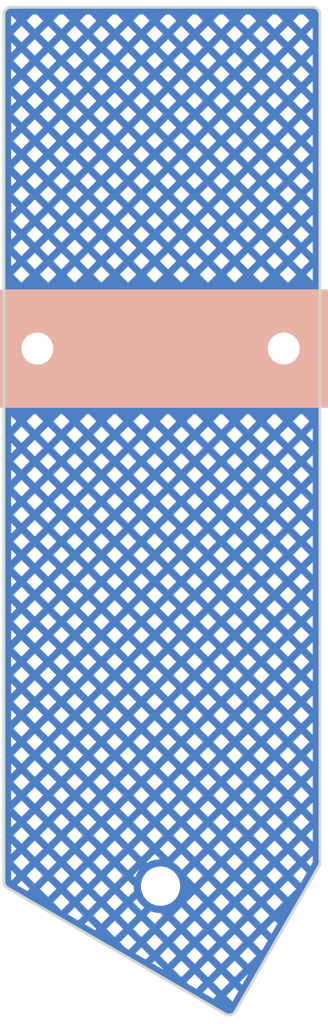
<source format=kicad_pcb>
(kicad_pcb (version 20221018) (generator pcbnew)
  (layers (0 "F.Cu" signal) (31 "B.Cu" signal) (34 "B.Paste" user) (35 "F.Paste" user) (36 "B.SilkS" user "B.Silkscreen") (37 "F.SilkS" user "F.Silkscreen") (38 "B.Mask" user) (39 "F.Mask" user) (44 "Edge.Cuts" user))
  (net 0 "")
  (footprint "s1:Hole_2.2mm" (layer "F.Cu") (at 208.5 90.303907)
    (fp_text reference "H2" hide)
    (fp_text value "StandoffHole" hide)
    (pad "" np_thru_hole circle (at 0 0 270) (size 2.2 2.2) (drill 2.2) (layers "*.Cu" "*.Mask"))
  )
  (footprint "s1:Hole_2.2mm" (layer "F.Cu") (at 191.5 90.303907)
    (fp_text reference "H1" hide)
    (fp_text value "StandoffHole" hide)
    (pad "" np_thru_hole circle (at 0 0 270) (size 2.2 2.2) (drill 2.2) (layers "*.Cu" "*.Mask"))
  )
  (footprint "s1:Hole_2.2mm" (layer "F.Cu") (at 199.999999 127.303907)
    (fp_text reference "H3" hide)
    (fp_text value "StandoffHole" hide)
    (pad "" np_thru_hole circle (at 0 0 270) (size 2.2 2.2) (drill 2.2) (layers "*.Cu" "*.Mask"))
  )
  (gr_poly (pts (xy 211.5 86.303907) (xy 189 86.303907) (xy 189 94.303907) (xy 211.5 94.303907)) (stroke (width 0.15)) (fill solid) (layer "B.SilkS"))
  (gr_poly (pts (xy 189 86.303907) (xy 211.5 86.303907) (xy 211.5 94.303907) (xy 189 94.303907)) (stroke (width 0.15)) (fill solid) (layer "F.SilkS"))
  (gr_arc (start 189.2 67.310734) (mid 189.346444 66.957175) (end 189.7 66.810734) (stroke (width 0.2)) (layer "Edge.Cuts"))
  (gr_arc (start 211 125.663105) (mid 210.982968 125.792517) (end 210.933013 125.913105) (stroke (width 0.2)) (layer "Edge.Cuts"))
  (gr_arc (start 205.157073 135.917326) (mid 204.853475 136.150263) (end 204.474061 136.100338) (stroke (width 0.2)) (layer "Edge.Cuts"))
  (gr_line (start 189.7 66.810734) (end 200 66.810734) (stroke (width 0.2)) (layer "Edge.Cuts"))
  (gr_line (start 204.474061 136.100338) (end 189.45 127.426193) (stroke (width 0.2)) (layer "Edge.Cuts"))
  (gr_line (start 189.2 126.99318) (end 189.2 67.310734) (stroke (width 0.2)) (layer "Edge.Cuts"))
  (gr_arc (start 210.5 66.810734) (mid 210.853551 66.957181) (end 211 67.310734) (stroke (width 0.2)) (layer "Edge.Cuts"))
  (gr_line (start 200 66.810734) (end 210.5 66.810734) (stroke (width 0.2)) (layer "Edge.Cuts"))
  (gr_line (start 211 67.310734) (end 211 125.663105) (stroke (width 0.2)) (layer "Edge.Cuts"))
  (gr_arc (start 189.45 127.426193) (mid 189.267004 127.243176) (end 189.2 126.99318) (stroke (width 0.2)) (layer "Edge.Cuts"))
  (gr_line (start 210.933013 125.913105) (end 205.157073 135.917326) (stroke (width 0.2)) (layer "Edge.Cuts"))
  (zone (net 0) (net_name "") (layers "F&B.Cu") (connect_pads (clearance 0.2)) (min_thickness 0.25) (fill yes (mode hatch) (thermal_gap 0.5) (thermal_bridge_width 0.5) (island_removal_mode 1) (island_area_min 10) (hatch_thickness 0.5) (hatch_gap 0.8) (hatch_orientation 45) (hatch_border_algorithm hatch_thickness) (hatch_min_hole_area 0.3))
    (polygon (pts (xy 211.5 66.310734) (xy 189 66.310734) (xy 189 136.810734) (xy 211.5 136.810734)))
  )
  (zone (net 0) (net_name "") (layers "F&B.Cu") (connect_pads (clearance 0)) (min_thickness 0.25)
    (keepout (tracks allowed) (vias allowed) (pads allowed) (copperpour not_allowed) (footprints allowed))
    (fill (thermal_gap 0.5) (thermal_bridge_width 0.5))
    (polygon (pts (xy 189 86.310734) (xy 211.5 86.310734) (xy 211.5 94.310734) (xy 189 94.310734)))
  )
)
</source>
